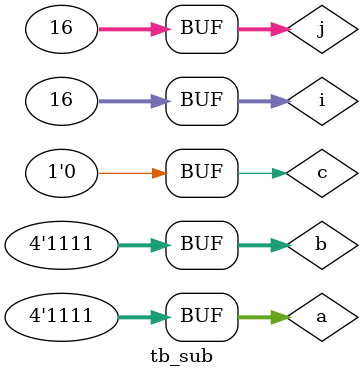
<source format=v>
module tb_sub();
reg[3:0] a,b;
reg c;
wire[3:0] diff;
wire c_out;
integer i,j;
sub s1(a,b,c,diff,c_out);
initial
begin
    a=0;
    b=0;
    c=0;
    $dumpfile("subtractor.vcd");
    $dumpvars(0);
end

initial
begin
$monitor("time: %t,a=%b,b=%b,c=%b,diff=%b,c_out=%b",$time,a,b,c,diff,c_out);
for (i=0;i<16;i=i+1) begin
    for(j=0;j<16;j=j+1) begin
        a=i;
        b=j;
        #10;
    end
end
end
endmodule

</source>
